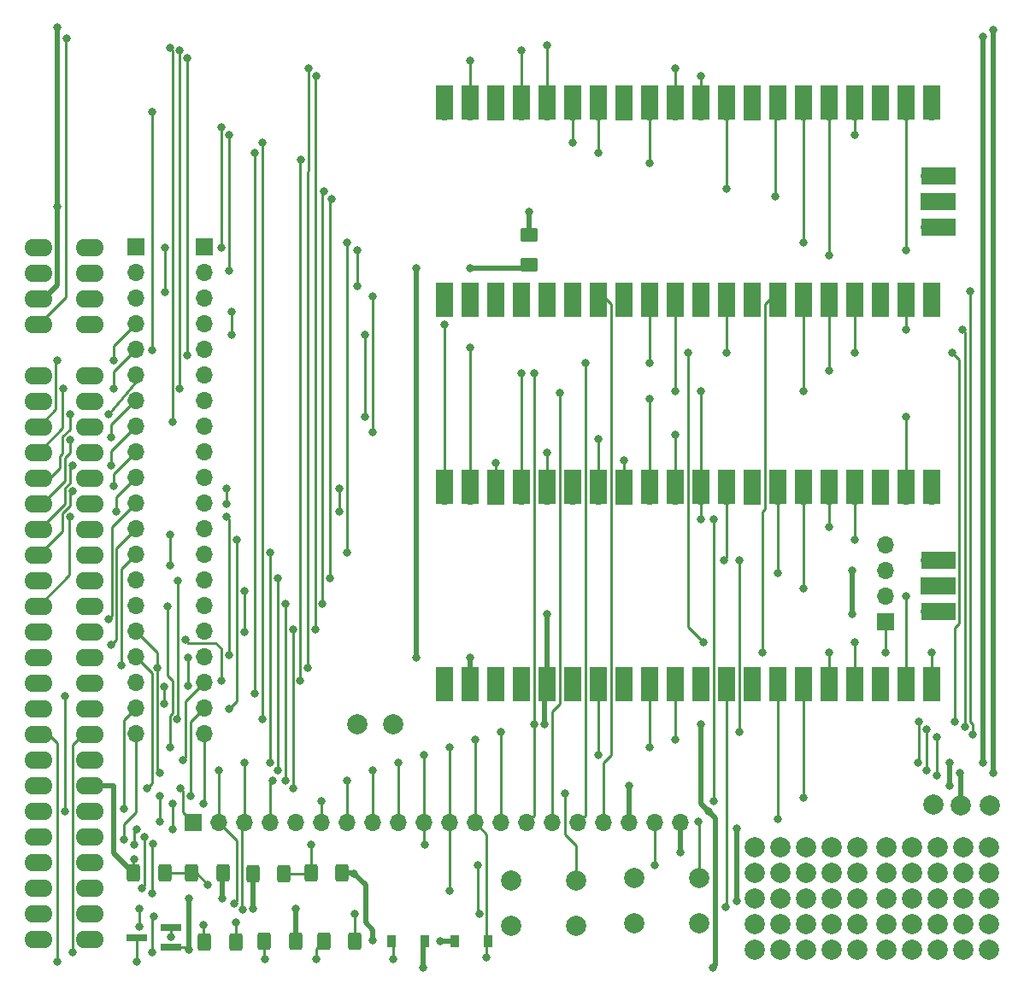
<source format=gbl>
%TF.GenerationSoftware,KiCad,Pcbnew,6.0.11-2627ca5db0~126~ubuntu22.04.1*%
%TF.CreationDate,2023-11-30T20:29:00+00:00*%
%TF.ProjectId,zx-spectrum-diagnostics,7a782d73-7065-4637-9472-756d2d646961,1.1*%
%TF.SameCoordinates,Original*%
%TF.FileFunction,Copper,L2,Bot*%
%TF.FilePolarity,Positive*%
%FSLAX46Y46*%
G04 Gerber Fmt 4.6, Leading zero omitted, Abs format (unit mm)*
G04 Created by KiCad (PCBNEW 6.0.11-2627ca5db0~126~ubuntu22.04.1) date 2023-11-30 20:29:00*
%MOMM*%
%LPD*%
G01*
G04 APERTURE LIST*
G04 Aperture macros list*
%AMRoundRect*
0 Rectangle with rounded corners*
0 $1 Rounding radius*
0 $2 $3 $4 $5 $6 $7 $8 $9 X,Y pos of 4 corners*
0 Add a 4 corners polygon primitive as box body*
4,1,4,$2,$3,$4,$5,$6,$7,$8,$9,$2,$3,0*
0 Add four circle primitives for the rounded corners*
1,1,$1+$1,$2,$3*
1,1,$1+$1,$4,$5*
1,1,$1+$1,$6,$7*
1,1,$1+$1,$8,$9*
0 Add four rect primitives between the rounded corners*
20,1,$1+$1,$2,$3,$4,$5,0*
20,1,$1+$1,$4,$5,$6,$7,0*
20,1,$1+$1,$6,$7,$8,$9,0*
20,1,$1+$1,$8,$9,$2,$3,0*%
G04 Aperture macros list end*
%TA.AperFunction,ComponentPad*%
%ADD10C,2.000000*%
%TD*%
%TA.AperFunction,ComponentPad*%
%ADD11R,1.700000X1.700000*%
%TD*%
%TA.AperFunction,ComponentPad*%
%ADD12O,1.700000X1.700000*%
%TD*%
%TA.AperFunction,ComponentPad*%
%ADD13O,2.800000X1.727200*%
%TD*%
%TA.AperFunction,SMDPad,CuDef*%
%ADD14RoundRect,0.250000X-0.400000X-0.625000X0.400000X-0.625000X0.400000X0.625000X-0.400000X0.625000X0*%
%TD*%
%TA.AperFunction,SMDPad,CuDef*%
%ADD15RoundRect,0.250000X0.400000X0.625000X-0.400000X0.625000X-0.400000X-0.625000X0.400000X-0.625000X0*%
%TD*%
%TA.AperFunction,SMDPad,CuDef*%
%ADD16R,2.000000X0.650000*%
%TD*%
%TA.AperFunction,SMDPad,CuDef*%
%ADD17R,0.900000X1.200000*%
%TD*%
%TA.AperFunction,SMDPad,CuDef*%
%ADD18RoundRect,0.250001X0.624999X-0.462499X0.624999X0.462499X-0.624999X0.462499X-0.624999X-0.462499X0*%
%TD*%
%TA.AperFunction,SMDPad,CuDef*%
%ADD19R,1.700000X3.500000*%
%TD*%
%TA.AperFunction,SMDPad,CuDef*%
%ADD20R,3.500000X1.700000*%
%TD*%
%TA.AperFunction,ViaPad*%
%ADD21C,0.800000*%
%TD*%
%TA.AperFunction,Conductor*%
%ADD22C,0.250000*%
%TD*%
%TA.AperFunction,Conductor*%
%ADD23C,0.500000*%
%TD*%
G04 APERTURE END LIST*
D10*
%TO.P,,1*%
%TO.N,P1_BLIPPER*%
X109220000Y-128778000D03*
%TD*%
%TO.P,,1*%
%TO.N,P2_BLIPPER*%
X112776000Y-128778000D03*
%TD*%
%TO.P,REF\u002A\u002A17,1*%
%TO.N,N/C*%
X166690000Y-148640000D03*
%TD*%
%TO.P,REF\u002A\u002A20,1*%
%TO.N,N/C*%
X148610000Y-151180000D03*
%TD*%
%TO.P,REF\u002A\u002A19,1*%
%TO.N,N/C*%
X158770000Y-148640000D03*
%TD*%
%TO.P,REF\u002A\u002A,1*%
%TO.N,N/C*%
X148610000Y-141020000D03*
%TD*%
%TO.P,REF\u002A\u002A10,1*%
%TO.N,N/C*%
X148610000Y-146100000D03*
%TD*%
%TO.P,REF\u002A\u002A21,1*%
%TO.N,N/C*%
X151150000Y-151180000D03*
%TD*%
%TO.P,REF\u002A\u002A17,1*%
%TO.N,N/C*%
X153690000Y-148640000D03*
%TD*%
%TO.P,REF\u002A\u002A1,1*%
%TO.N,N/C*%
X151150000Y-141020000D03*
%TD*%
%TO.P,REF\u002A\u002A3,1*%
%TO.N,N/C*%
X169230000Y-141020000D03*
%TD*%
%TO.P,REF\u002A\u002A8,1*%
%TO.N,N/C*%
X169230000Y-143560000D03*
%TD*%
%TO.P,REF\u002A\u002A21,1*%
%TO.N,N/C*%
X164150000Y-151180000D03*
%TD*%
%TO.P,REF\u002A\u002A11,1*%
%TO.N,N/C*%
X164150000Y-146100000D03*
%TD*%
%TO.P,REF\u002A\u002A9,1*%
%TO.N,N/C*%
X158770000Y-143560000D03*
%TD*%
%TO.P,REF\u002A\u002A6,1*%
%TO.N,N/C*%
X164150000Y-143560000D03*
%TD*%
%TO.P,REF\u002A\u002A18,1*%
%TO.N,N/C*%
X156230000Y-148640000D03*
%TD*%
%TO.P,REF\u002A\u002A24,1*%
%TO.N,N/C*%
X158770000Y-151180000D03*
%TD*%
%TO.P,REF\u002A\u002A12,1*%
%TO.N,N/C*%
X166690000Y-146100000D03*
%TD*%
%TO.P,REF\u002A\u002A,1*%
%TO.N,N/C*%
X161610000Y-141020000D03*
%TD*%
%TO.P,,1*%
%TO.N,3V3_PICO1*%
X166270000Y-136750000D03*
%TD*%
%TO.P,REF\u002A\u002A13,1*%
%TO.N,N/C*%
X156230000Y-146100000D03*
%TD*%
%TO.P,REF\u002A\u002A24,1*%
%TO.N,N/C*%
X171770000Y-151180000D03*
%TD*%
%TO.P,REF\u002A\u002A3,1*%
%TO.N,N/C*%
X156230000Y-141020000D03*
%TD*%
%TO.P,REF\u002A\u002A22,1*%
%TO.N,N/C*%
X166690000Y-151180000D03*
%TD*%
%TO.P,REF\u002A\u002A13,1*%
%TO.N,N/C*%
X169230000Y-146100000D03*
%TD*%
%TO.P,,1*%
%TO.N,GND*%
X171850000Y-136810000D03*
%TD*%
%TO.P,REF\u002A\u002A2,1*%
%TO.N,N/C*%
X166690000Y-141020000D03*
%TD*%
D11*
%TO.P,J101,1,Pin_1*%
%TO.N,OLED_SDA*%
X161544000Y-118608000D03*
D12*
%TO.P,J101,2,Pin_2*%
%TO.N,OLED_SCK*%
X161544000Y-116068000D03*
%TO.P,J101,3,Pin_3*%
%TO.N,3V3_PICO1*%
X161544000Y-113528000D03*
%TO.P,J101,4,Pin_4*%
%TO.N,GND*%
X161544000Y-110988000D03*
%TD*%
D10*
%TO.P,SW101,1,A*%
%TO.N,GND*%
X143138000Y-148524000D03*
X136638000Y-148524000D03*
%TO.P,SW101,2,B*%
%TO.N,INPUT1*%
X136638000Y-144024000D03*
X143138000Y-144024000D03*
%TD*%
D13*
%TO.P,Z101,A1,A15*%
%TO.N,ZXA15*%
X82738000Y-81504000D03*
%TO.P,Z101,A2,A13*%
%TO.N,ZXA13*%
X82738000Y-84044000D03*
%TO.P,Z101,A3,D7*%
%TO.N,ZXD7*%
X82738000Y-86584000D03*
%TO.P,Z101,A4,NC*%
%TO.N,unconnected-(Z101-PadA4)*%
X82738000Y-89124000D03*
%TO.P,Z101,A6,D0*%
%TO.N,ZXD0*%
X82738000Y-94204000D03*
%TO.P,Z101,A7,D1*%
%TO.N,ZXD1*%
X82738000Y-96744000D03*
%TO.P,Z101,A8,D2*%
%TO.N,ZXD2*%
X82738000Y-99284000D03*
%TO.P,Z101,A9,D6*%
%TO.N,ZXD6*%
X82738000Y-101824000D03*
%TO.P,Z101,A10,D5*%
%TO.N,ZXD5*%
X82738000Y-104364000D03*
%TO.P,Z101,A11,D3*%
%TO.N,ZXD3*%
X82738000Y-106904000D03*
%TO.P,Z101,A12,D4*%
%TO.N,ZXD4*%
X82738000Y-109444000D03*
%TO.P,Z101,A13,~{INT}*%
%TO.N,ZXINT*%
X82738000Y-111984000D03*
%TO.P,Z101,A14,~{NMI}*%
%TO.N,ZXNMI*%
X82738000Y-114524000D03*
%TO.P,Z101,A15,~{HALT}*%
%TO.N,ZXHALT*%
X82738000Y-117064000D03*
%TO.P,Z101,A16,~{MREQ}*%
%TO.N,ZXMREQ*%
X82738000Y-119604000D03*
%TO.P,Z101,A17,~{IORQ}*%
%TO.N,ZXIORQ*%
X82738000Y-122144000D03*
%TO.P,Z101,A18,~{RD}*%
%TO.N,ZXRD*%
X82738000Y-124684000D03*
%TO.P,Z101,A19,~{WR}*%
%TO.N,ZXWR*%
X82738000Y-127224000D03*
%TO.P,Z101,A20,-5V*%
%TO.N,ZXMIN5V*%
X82738000Y-129764000D03*
%TO.P,Z101,A21,~{WAIT}*%
%TO.N,ZXWAIT*%
X82738000Y-132304000D03*
%TO.P,Z101,A22,+12V*%
%TO.N,ZX12V*%
X82738000Y-134844000D03*
%TO.P,Z101,A23,+12VAC*%
%TO.N,ZX12VAC*%
X82738000Y-137384000D03*
%TO.P,Z101,A24,~{M1}*%
%TO.N,ZXM1*%
X82738000Y-139924000D03*
%TO.P,Z101,A25,~{RFSH}*%
%TO.N,ZXRFSH*%
X82738000Y-142464000D03*
%TO.P,Z101,A26,A8*%
%TO.N,ZXA8*%
X82738000Y-145004000D03*
%TO.P,Z101,A27,A10*%
%TO.N,ZXA10*%
X82738000Y-147544000D03*
%TO.P,Z101,A28,NC*%
%TO.N,unconnected-(Z101-PadA28)*%
X82738000Y-150084000D03*
%TO.P,Z101,B1,A14*%
%TO.N,ZXA14*%
X77658000Y-81504000D03*
%TO.P,Z101,B2,A12*%
%TO.N,ZXA12*%
X77658000Y-84044000D03*
%TO.P,Z101,B3,+5v*%
%TO.N,+5V*%
X77658000Y-86584000D03*
%TO.P,Z101,B4,+9V*%
%TO.N,ZX9V*%
X77658000Y-89124000D03*
%TO.P,Z101,B6,GND*%
%TO.N,GND*%
X77658000Y-94204000D03*
%TO.P,Z101,B7,GND*%
X77658000Y-96744000D03*
%TO.P,Z101,B8,CLK*%
%TO.N,ZXCLK*%
X77658000Y-99284000D03*
%TO.P,Z101,B9,A0*%
%TO.N,ZXA0*%
X77658000Y-101824000D03*
%TO.P,Z101,B10,A1*%
%TO.N,ZXA1*%
X77658000Y-104364000D03*
%TO.P,Z101,B11,A2*%
%TO.N,ZXA2*%
X77658000Y-106904000D03*
%TO.P,Z101,B12,A3*%
%TO.N,ZXA3*%
X77658000Y-109444000D03*
%TO.P,Z101,B13,~{IORQGE}*%
%TO.N,ZXIORQGE*%
X77658000Y-111984000D03*
%TO.P,Z101,B14,GND*%
%TO.N,GND*%
X77658000Y-114524000D03*
%TO.P,Z101,B15,VIDEO*%
%TO.N,ZXVIDEO*%
X77658000Y-117064000D03*
%TO.P,Z101,B16,Y*%
%TO.N,ZXY*%
X77658000Y-119604000D03*
%TO.P,Z101,B17,V*%
%TO.N,ZXV*%
X77658000Y-122144000D03*
%TO.P,Z101,B18,U*%
%TO.N,ZXU*%
X77658000Y-124684000D03*
%TO.P,Z101,B19,~{BUSRQ}*%
%TO.N,ZXBUSRQ*%
X77658000Y-127224000D03*
%TO.P,Z101,B20,~{RESET}*%
%TO.N,ZXRESET*%
X77658000Y-129764000D03*
%TO.P,Z101,B21,A7*%
%TO.N,ZXA7*%
X77658000Y-132304000D03*
%TO.P,Z101,B22,A6*%
%TO.N,ZXA6*%
X77658000Y-134844000D03*
%TO.P,Z101,B23,A5*%
%TO.N,ZXA5*%
X77658000Y-137384000D03*
%TO.P,Z101,B24,A4*%
%TO.N,ZXA4*%
X77658000Y-139924000D03*
%TO.P,Z101,B25,~{ROMCS}*%
%TO.N,ZXROMCS*%
X77658000Y-142464000D03*
%TO.P,Z101,B26,~{BUSACK}*%
%TO.N,ZXBUSACK*%
X77658000Y-145004000D03*
%TO.P,Z101,B27,A9*%
%TO.N,ZXA9*%
X77658000Y-147544000D03*
%TO.P,Z101,B28,A11*%
%TO.N,ZXA11*%
X77658000Y-150084000D03*
%TD*%
D10*
%TO.P,REF\u002A\u002A15,1*%
%TO.N,N/C*%
X161610000Y-148640000D03*
%TD*%
%TO.P,REF\u002A\u002A5,1*%
%TO.N,N/C*%
X148610000Y-143560000D03*
%TD*%
%TO.P,,1*%
%TO.N,+5V*%
X169050000Y-136800000D03*
%TD*%
%TO.P,REF\u002A\u002A2,1*%
%TO.N,N/C*%
X153690000Y-141020000D03*
%TD*%
%TO.P,REF\u002A\u002A6,1*%
%TO.N,N/C*%
X151150000Y-143560000D03*
%TD*%
%TO.P,REF\u002A\u002A11,1*%
%TO.N,N/C*%
X151150000Y-146100000D03*
%TD*%
%TO.P,REF\u002A\u002A14,1*%
%TO.N,N/C*%
X171770000Y-146100000D03*
%TD*%
%TO.P,SW102,1,A*%
%TO.N,GND*%
X130946000Y-148778000D03*
X124446000Y-148778000D03*
%TO.P,SW102,2,B*%
%TO.N,INPUT2*%
X130946000Y-144278000D03*
X124446000Y-144278000D03*
%TD*%
%TO.P,REF\u002A\u002A1,1*%
%TO.N,N/C*%
X164150000Y-141020000D03*
%TD*%
%TO.P,REF\u002A\u002A16,1*%
%TO.N,N/C*%
X164150000Y-148640000D03*
%TD*%
%TO.P,REF\u002A\u002A10,1*%
%TO.N,N/C*%
X161610000Y-146100000D03*
%TD*%
%TO.P,REF\u002A\u002A4,1*%
%TO.N,N/C*%
X158770000Y-141020000D03*
%TD*%
%TO.P,REF\u002A\u002A20,1*%
%TO.N,N/C*%
X161610000Y-151180000D03*
%TD*%
%TO.P,REF\u002A\u002A16,1*%
%TO.N,N/C*%
X151150000Y-148640000D03*
%TD*%
%TO.P,REF\u002A\u002A15,1*%
%TO.N,N/C*%
X148610000Y-148640000D03*
%TD*%
%TO.P,REF\u002A\u002A14,1*%
%TO.N,N/C*%
X158770000Y-146100000D03*
%TD*%
%TO.P,REF\u002A\u002A7,1*%
%TO.N,N/C*%
X166690000Y-143560000D03*
%TD*%
%TO.P,REF\u002A\u002A9,1*%
%TO.N,N/C*%
X171770000Y-143560000D03*
%TD*%
%TO.P,REF\u002A\u002A12,1*%
%TO.N,N/C*%
X153690000Y-146100000D03*
%TD*%
%TO.P,REF\u002A\u002A19,1*%
%TO.N,N/C*%
X171770000Y-148640000D03*
%TD*%
%TO.P,REF\u002A\u002A7,1*%
%TO.N,N/C*%
X153690000Y-143560000D03*
%TD*%
%TO.P,REF\u002A\u002A23,1*%
%TO.N,N/C*%
X169230000Y-151180000D03*
%TD*%
%TO.P,REF\u002A\u002A23,1*%
%TO.N,N/C*%
X156230000Y-151180000D03*
%TD*%
%TO.P,REF\u002A\u002A22,1*%
%TO.N,N/C*%
X153690000Y-151180000D03*
%TD*%
%TO.P,REF\u002A\u002A4,1*%
%TO.N,N/C*%
X171770000Y-141020000D03*
%TD*%
%TO.P,REF\u002A\u002A5,1*%
%TO.N,N/C*%
X161610000Y-143560000D03*
%TD*%
%TO.P,REF\u002A\u002A8,1*%
%TO.N,N/C*%
X156230000Y-143560000D03*
%TD*%
%TO.P,REF\u002A\u002A18,1*%
%TO.N,N/C*%
X169230000Y-148640000D03*
%TD*%
D11*
%TO.P,J203,1,Pin_1*%
%TO.N,ZXA14*%
X87285000Y-81470000D03*
D12*
%TO.P,J203,2,Pin_2*%
%TO.N,ZXA12*%
X87285000Y-84010000D03*
%TO.P,J203,3,Pin_3*%
%TO.N,+5V*%
X87285000Y-86550000D03*
%TO.P,J203,4,Pin_4*%
%TO.N,ZXCLK*%
X87285000Y-89090000D03*
%TO.P,J203,5,Pin_5*%
%TO.N,ZXA0*%
X87285000Y-91630000D03*
%TO.P,J203,6,Pin_6*%
%TO.N,ZXA1*%
X87285000Y-94170000D03*
%TO.P,J203,7,Pin_7*%
%TO.N,ZXA2*%
X87285000Y-96710000D03*
%TO.P,J203,8,Pin_8*%
%TO.N,ZXA3*%
X87285000Y-99250000D03*
%TO.P,J203,9,Pin_9*%
%TO.N,ZXIORQGE*%
X87285000Y-101790000D03*
%TO.P,J203,10,Pin_10*%
%TO.N,ZXVIDEO*%
X87285000Y-104330000D03*
%TO.P,J203,11,Pin_11*%
%TO.N,ZXY*%
X87285000Y-106870000D03*
%TO.P,J203,12,Pin_12*%
%TO.N,ZXV*%
X87285000Y-109410000D03*
%TO.P,J203,13,Pin_13*%
%TO.N,ZXU*%
X87285000Y-111950000D03*
%TO.P,J203,14,Pin_14*%
%TO.N,ZXBUSRQ*%
X87285000Y-114490000D03*
%TO.P,J203,15,Pin_15*%
%TO.N,ZXRESET*%
X87285000Y-117030000D03*
%TO.P,J203,16,Pin_16*%
%TO.N,ZXA7*%
X87285000Y-119570000D03*
%TO.P,J203,17,Pin_17*%
%TO.N,ZXA6*%
X87285000Y-122110000D03*
%TO.P,J203,18,Pin_18*%
%TO.N,ZXA5*%
X87285000Y-124650000D03*
%TO.P,J203,19,Pin_19*%
%TO.N,ZXA4*%
X87285000Y-127190000D03*
%TO.P,J203,20,Pin_20*%
%TO.N,ZXROMCS*%
X87285000Y-129730000D03*
%TD*%
D14*
%TO.P,R106,1*%
%TO.N,12V_DIV*%
X92820000Y-143560000D03*
%TO.P,R106,2*%
%TO.N,GND*%
X95920000Y-143560000D03*
%TD*%
D15*
%TO.P,R101,1*%
%TO.N,+5V*%
X103140000Y-150330000D03*
%TO.P,R101,2*%
%TO.N,MIN5V_DIV*%
X100040000Y-150330000D03*
%TD*%
D11*
%TO.P,J202,1,Pin_1*%
%TO.N,ZXA8*%
X92990000Y-138565000D03*
D12*
%TO.P,J202,2,Pin_2*%
%TO.N,ZXA10*%
X95530000Y-138565000D03*
%TO.P,J202,3,Pin_3*%
%TO.N,ZXA11*%
X98070000Y-138565000D03*
%TO.P,J202,4,Pin_4*%
%TO.N,ZXA9*%
X100610000Y-138565000D03*
%TO.P,J202,5,Pin_5*%
%TO.N,ZXBUSACK*%
X103150000Y-138565000D03*
%TO.P,J202,6,Pin_6*%
%TO.N,PICO_SIGNAL*%
X105690000Y-138565000D03*
%TO.P,J202,7,Pin_7*%
%TO.N,P2_GPIO16*%
X108230000Y-138565000D03*
%TO.P,J202,8,Pin_8*%
%TO.N,P2_GPIO17*%
X110770000Y-138565000D03*
%TO.P,J202,9,Pin_9*%
%TO.N,P2_GPIO18*%
X113310000Y-138565000D03*
%TO.P,J202,10,Pin_10*%
%TO.N,5V_DIV*%
X115850000Y-138565000D03*
%TO.P,J202,11,Pin_11*%
%TO.N,12V_DIV*%
X118390000Y-138565000D03*
%TO.P,J202,12,Pin_12*%
%TO.N,MIN5V_DIV*%
X120930000Y-138565000D03*
%TO.P,J202,13,Pin_13*%
%TO.N,P1_BLIPPER*%
X123470000Y-138565000D03*
%TO.P,J202,14,Pin_14*%
%TO.N,P2_BLIPPER*%
X126010000Y-138565000D03*
%TO.P,J202,15,Pin_15*%
%TO.N,P2_GPIO26*%
X128550000Y-138565000D03*
%TO.P,J202,16,Pin_16*%
%TO.N,P2_GPIO27*%
X131090000Y-138565000D03*
%TO.P,J202,17,Pin_17*%
%TO.N,P2_GPIO28*%
X133630000Y-138565000D03*
%TO.P,J202,18,Pin_18*%
%TO.N,ZX9V*%
X136170000Y-138565000D03*
%TO.P,J202,19,Pin_19*%
%TO.N,ZXMIN5V*%
X138710000Y-138565000D03*
%TO.P,J202,20,Pin_20*%
%TO.N,ZX12V*%
X141250000Y-138565000D03*
%TD*%
D16*
%TO.P,Q101,1,B*%
%TO.N,Net-(Q101-Pad1)*%
X90790000Y-148980000D03*
%TO.P,Q101,2,E*%
%TO.N,GND*%
X90790000Y-150880000D03*
%TO.P,Q101,3,C*%
%TO.N,ZXRESET*%
X87370000Y-149930000D03*
%TD*%
D17*
%TO.P,D102,1,K*%
%TO.N,3V3_PICO1*%
X115910000Y-150290000D03*
%TO.P,D102,2,A*%
%TO.N,MIN5V_DIV*%
X112610000Y-150290000D03*
%TD*%
D14*
%TO.P,R102,1*%
%TO.N,MIN5V_DIV*%
X105900000Y-150320000D03*
%TO.P,R102,2*%
%TO.N,ZXMIN5V*%
X109000000Y-150320000D03*
%TD*%
D15*
%TO.P,R103,1*%
%TO.N,5V_DIV*%
X101990000Y-143590000D03*
%TO.P,R103,2*%
%TO.N,+5V*%
X98890000Y-143590000D03*
%TD*%
%TO.P,R107,1*%
%TO.N,PICO_RESET_Z80*%
X97170000Y-150370000D03*
%TO.P,R107,2*%
%TO.N,Net-(Q101-Pad1)*%
X94070000Y-150370000D03*
%TD*%
D18*
%TO.P,D101,1,K*%
%TO.N,PICO_PWR*%
X126238000Y-83275500D03*
%TO.P,D101,2,A*%
%TO.N,+5V*%
X126238000Y-80300500D03*
%TD*%
D19*
%TO.P,U102,1,GPIO0*%
%TO.N,ZXA0*%
X117856000Y-67172000D03*
D12*
X117856000Y-68072000D03*
%TO.P,U102,2,GPIO1*%
%TO.N,ZXA1*%
X120396000Y-68072000D03*
D19*
X120396000Y-67172000D03*
D11*
%TO.P,U102,3,GND*%
%TO.N,GND*%
X122936000Y-68072000D03*
D19*
X122936000Y-67172000D03*
%TO.P,U102,4,GPIO2*%
%TO.N,ZXA2*%
X125476000Y-67172000D03*
D12*
X125476000Y-68072000D03*
D19*
%TO.P,U102,5,GPIO3*%
%TO.N,ZXA3*%
X128016000Y-67172000D03*
D12*
X128016000Y-68072000D03*
D19*
%TO.P,U102,6,GPIO4*%
%TO.N,ZXA4*%
X130556000Y-67172000D03*
D12*
X130556000Y-68072000D03*
%TO.P,U102,7,GPIO5*%
%TO.N,ZXA5*%
X133096000Y-68072000D03*
D19*
X133096000Y-67172000D03*
%TO.P,U102,8,GND*%
%TO.N,GND*%
X135636000Y-67172000D03*
D11*
X135636000Y-68072000D03*
D12*
%TO.P,U102,9,GPIO6*%
%TO.N,ZXA6*%
X138176000Y-68072000D03*
D19*
X138176000Y-67172000D03*
D12*
%TO.P,U102,10,GPIO7*%
%TO.N,ZXA7*%
X140716000Y-68072000D03*
D19*
X140716000Y-67172000D03*
D12*
%TO.P,U102,11,GPIO8*%
%TO.N,ZXA8*%
X143256000Y-68072000D03*
D19*
X143256000Y-67172000D03*
%TO.P,U102,12,GPIO9*%
%TO.N,ZXA9*%
X145796000Y-67172000D03*
D12*
X145796000Y-68072000D03*
D11*
%TO.P,U102,13,GND*%
%TO.N,GND*%
X148336000Y-68072000D03*
D19*
X148336000Y-67172000D03*
%TO.P,U102,14,GPIO10*%
%TO.N,ZXA10*%
X150876000Y-67172000D03*
D12*
X150876000Y-68072000D03*
D19*
%TO.P,U102,15,GPIO11*%
%TO.N,ZXA11*%
X153416000Y-67172000D03*
D12*
X153416000Y-68072000D03*
D19*
%TO.P,U102,16,GPIO12*%
%TO.N,ZXA12*%
X155956000Y-67172000D03*
D12*
X155956000Y-68072000D03*
%TO.P,U102,17,GPIO13*%
%TO.N,ZXA13*%
X158496000Y-68072000D03*
D19*
X158496000Y-67172000D03*
D11*
%TO.P,U102,18,GND*%
%TO.N,GND*%
X161036000Y-68072000D03*
D19*
X161036000Y-67172000D03*
D12*
%TO.P,U102,19,GPIO14*%
%TO.N,ZXA14*%
X163576000Y-68072000D03*
D19*
X163576000Y-67172000D03*
%TO.P,U102,20,GPIO15*%
%TO.N,ZXA15*%
X166116000Y-67172000D03*
D12*
X166116000Y-68072000D03*
%TO.P,U102,21,GPIO16*%
%TO.N,P2_GPIO16*%
X166116000Y-85852000D03*
D19*
X166116000Y-86752000D03*
D12*
%TO.P,U102,22,GPIO17*%
%TO.N,P2_GPIO17*%
X163576000Y-85852000D03*
D19*
X163576000Y-86752000D03*
%TO.P,U102,23,GND*%
%TO.N,GND*%
X161036000Y-86752000D03*
D11*
X161036000Y-85852000D03*
D19*
%TO.P,U102,24,GPIO18*%
%TO.N,P2_GPIO18*%
X158496000Y-86752000D03*
D12*
X158496000Y-85852000D03*
D19*
%TO.P,U102,25,GPIO19*%
%TO.N,P2_BLIPPER*%
X155956000Y-86752000D03*
D12*
X155956000Y-85852000D03*
D19*
%TO.P,U102,26,GPIO20*%
%TO.N,PICO_SIGNAL*%
X153416000Y-86752000D03*
D12*
X153416000Y-85852000D03*
D19*
%TO.P,U102,27,GPIO21*%
%TO.N,P2_LINKIN*%
X150876000Y-86752000D03*
D12*
X150876000Y-85852000D03*
D11*
%TO.P,U102,28,GND*%
%TO.N,GND*%
X148336000Y-85852000D03*
D19*
X148336000Y-86752000D03*
D12*
%TO.P,U102,29,GPIO22*%
%TO.N,P2_LINKOUT*%
X145796000Y-85852000D03*
D19*
X145796000Y-86752000D03*
D12*
%TO.P,U102,30,RUN*%
%TO.N,unconnected-(U102-Pad30)*%
X143256000Y-85852000D03*
D19*
X143256000Y-86752000D03*
%TO.P,U102,31,GPIO26_ADC0*%
%TO.N,P2_GPIO26*%
X140716000Y-86752000D03*
D12*
X140716000Y-85852000D03*
%TO.P,U102,32,GPIO27_ADC1*%
%TO.N,P2_GPIO27*%
X138176000Y-85852000D03*
D19*
X138176000Y-86752000D03*
%TO.P,U102,33,AGND*%
%TO.N,GND*%
X135636000Y-86752000D03*
D11*
X135636000Y-85852000D03*
D12*
%TO.P,U102,34,GPIO28_ADC2*%
%TO.N,P2_GPIO28*%
X133096000Y-85852000D03*
D19*
X133096000Y-86752000D03*
D12*
%TO.P,U102,35,ADC_VREF*%
%TO.N,unconnected-(U102-Pad35)*%
X130556000Y-85852000D03*
D19*
X130556000Y-86752000D03*
%TO.P,U102,36,3V3*%
%TO.N,3V3_PICO2*%
X128016000Y-86752000D03*
D12*
X128016000Y-85852000D03*
%TO.P,U102,37,3V3_EN*%
%TO.N,unconnected-(U102-Pad37)*%
X125476000Y-85852000D03*
D19*
X125476000Y-86752000D03*
%TO.P,U102,38,GND*%
%TO.N,GND*%
X122936000Y-86752000D03*
D11*
X122936000Y-85852000D03*
D19*
%TO.P,U102,39,VSYS*%
%TO.N,PICO_PWR*%
X120396000Y-86752000D03*
D12*
X120396000Y-85852000D03*
%TO.P,U102,40,VBUS*%
%TO.N,unconnected-(U102-Pad40)*%
X117856000Y-85852000D03*
D19*
X117856000Y-86752000D03*
D12*
%TO.P,U102,41,SWCLK*%
%TO.N,P2_SWCLK*%
X165886000Y-74422000D03*
D20*
X166786000Y-74422000D03*
D11*
%TO.P,U102,42,GND*%
%TO.N,GND*%
X165886000Y-76962000D03*
D20*
X166786000Y-76962000D03*
%TO.P,U102,43,SWDIO*%
%TO.N,P2_SWDIO*%
X166786000Y-79502000D03*
D12*
X165886000Y-79502000D03*
%TD*%
D17*
%TO.P,D103,1,K*%
%TO.N,MIN5V_DIV*%
X122220000Y-150270000D03*
%TO.P,D103,2,A*%
%TO.N,GND*%
X118920000Y-150270000D03*
%TD*%
D19*
%TO.P,U101,1,GPIO0*%
%TO.N,ZXD0*%
X117856000Y-105272000D03*
D12*
X117856000Y-106172000D03*
D19*
%TO.P,U101,2,GPIO1*%
%TO.N,ZXD1*%
X120396000Y-105272000D03*
D12*
X120396000Y-106172000D03*
D19*
%TO.P,U101,3,GND*%
%TO.N,GND*%
X122936000Y-105272000D03*
D11*
X122936000Y-106172000D03*
D12*
%TO.P,U101,4,GPIO2*%
%TO.N,ZXD2*%
X125476000Y-106172000D03*
D19*
X125476000Y-105272000D03*
%TO.P,U101,5,GPIO3*%
%TO.N,ZXD3*%
X128016000Y-105272000D03*
D12*
X128016000Y-106172000D03*
%TO.P,U101,6,GPIO4*%
%TO.N,ZXD4*%
X130556000Y-106172000D03*
D19*
X130556000Y-105272000D03*
D12*
%TO.P,U101,7,GPIO5*%
%TO.N,ZXD5*%
X133096000Y-106172000D03*
D19*
X133096000Y-105272000D03*
%TO.P,U101,8,GND*%
%TO.N,GND*%
X135636000Y-105272000D03*
D11*
X135636000Y-106172000D03*
D19*
%TO.P,U101,9,GPIO6*%
%TO.N,ZXD6*%
X138176000Y-105272000D03*
D12*
X138176000Y-106172000D03*
%TO.P,U101,10,GPIO7*%
%TO.N,ZXD7*%
X140716000Y-106172000D03*
D19*
X140716000Y-105272000D03*
%TO.P,U101,11,GPIO8*%
%TO.N,PICO_SIGNAL*%
X143256000Y-105272000D03*
D12*
X143256000Y-106172000D03*
%TO.P,U101,12,GPIO9*%
%TO.N,P1_BLIPPER*%
X145796000Y-106172000D03*
D19*
X145796000Y-105272000D03*
%TO.P,U101,13,GND*%
%TO.N,GND*%
X148336000Y-105272000D03*
D11*
X148336000Y-106172000D03*
D19*
%TO.P,U101,14,GPIO10*%
%TO.N,ZXMREQ*%
X150876000Y-105272000D03*
D12*
X150876000Y-106172000D03*
D19*
%TO.P,U101,15,GPIO11*%
%TO.N,ZXRD*%
X153416000Y-105272000D03*
D12*
X153416000Y-106172000D03*
D19*
%TO.P,U101,16,GPIO12*%
%TO.N,ZXWR*%
X155956000Y-105272000D03*
D12*
X155956000Y-106172000D03*
D19*
%TO.P,U101,17,GPIO13*%
%TO.N,ZXM1*%
X158496000Y-105272000D03*
D12*
X158496000Y-106172000D03*
D19*
%TO.P,U101,18,GND*%
%TO.N,GND*%
X161036000Y-105272000D03*
D11*
X161036000Y-106172000D03*
D12*
%TO.P,U101,19,GPIO14*%
%TO.N,ZXCLK*%
X163576000Y-106172000D03*
D19*
X163576000Y-105272000D03*
%TO.P,U101,20,GPIO15*%
%TO.N,ZXINT*%
X166116000Y-105272000D03*
D12*
X166116000Y-106172000D03*
%TO.P,U101,21,GPIO16*%
%TO.N,OLED_SDA*%
X166116000Y-123952000D03*
D19*
X166116000Y-124852000D03*
D12*
%TO.P,U101,22,GPIO17*%
%TO.N,OLED_SCK*%
X163576000Y-123952000D03*
D19*
X163576000Y-124852000D03*
%TO.P,U101,23,GND*%
%TO.N,GND*%
X161036000Y-124852000D03*
D11*
X161036000Y-123952000D03*
D12*
%TO.P,U101,24,GPIO18*%
%TO.N,P2_LINKOUT*%
X158496000Y-123952000D03*
D19*
X158496000Y-124852000D03*
D12*
%TO.P,U101,25,GPIO19*%
%TO.N,P2_LINKIN*%
X155956000Y-123952000D03*
D19*
X155956000Y-124852000D03*
D12*
%TO.P,U101,26,GPIO20*%
%TO.N,INPUT2*%
X153416000Y-123952000D03*
D19*
X153416000Y-124852000D03*
D12*
%TO.P,U101,27,GPIO21*%
%TO.N,INPUT1*%
X150876000Y-123952000D03*
D19*
X150876000Y-124852000D03*
D11*
%TO.P,U101,28,GND*%
%TO.N,GND*%
X148336000Y-123952000D03*
D19*
X148336000Y-124852000D03*
D12*
%TO.P,U101,29,GPIO22*%
%TO.N,PICO_RESET_Z80*%
X145796000Y-123952000D03*
D19*
X145796000Y-124852000D03*
%TO.P,U101,30,RUN*%
%TO.N,unconnected-(U101-Pad30)*%
X143256000Y-124852000D03*
D12*
X143256000Y-123952000D03*
D19*
%TO.P,U101,31,GPIO26_ADC0*%
%TO.N,MIN5V_DIV*%
X140716000Y-124852000D03*
D12*
X140716000Y-123952000D03*
%TO.P,U101,32,GPIO27_ADC1*%
%TO.N,12V_DIV*%
X138176000Y-123952000D03*
D19*
X138176000Y-124852000D03*
%TO.P,U101,33,AGND*%
%TO.N,GND*%
X135636000Y-124852000D03*
D11*
X135636000Y-123952000D03*
D19*
%TO.P,U101,34,GPIO28_ADC2*%
%TO.N,5V_DIV*%
X133096000Y-124852000D03*
D12*
X133096000Y-123952000D03*
D19*
%TO.P,U101,35,ADC_VREF*%
%TO.N,unconnected-(U101-Pad35)*%
X130556000Y-124852000D03*
D12*
X130556000Y-123952000D03*
D19*
%TO.P,U101,36,3V3*%
%TO.N,3V3_PICO1*%
X128016000Y-124852000D03*
D12*
X128016000Y-123952000D03*
D19*
%TO.P,U101,37,3V3_EN*%
%TO.N,unconnected-(U101-Pad37)*%
X125476000Y-124852000D03*
D12*
X125476000Y-123952000D03*
D11*
%TO.P,U101,38,GND*%
%TO.N,GND*%
X122936000Y-123952000D03*
D19*
X122936000Y-124852000D03*
D12*
%TO.P,U101,39,VSYS*%
%TO.N,PICO_PWR*%
X120396000Y-123952000D03*
D19*
X120396000Y-124852000D03*
D12*
%TO.P,U101,40,VBUS*%
%TO.N,unconnected-(U101-Pad40)*%
X117856000Y-123952000D03*
D19*
X117856000Y-124852000D03*
D12*
%TO.P,U101,41,SWCLK*%
%TO.N,P1_SWCLK*%
X165886000Y-112522000D03*
D20*
X166786000Y-112522000D03*
%TO.P,U101,42,GND*%
%TO.N,GND*%
X166786000Y-115062000D03*
D11*
X165886000Y-115062000D03*
D20*
%TO.P,U101,43,SWDIO*%
%TO.N,P1_SWDIO*%
X166786000Y-117602000D03*
D12*
X165886000Y-117602000D03*
%TD*%
D14*
%TO.P,R104,1*%
%TO.N,5V_DIV*%
X104650000Y-143530000D03*
%TO.P,R104,2*%
%TO.N,GND*%
X107750000Y-143530000D03*
%TD*%
D15*
%TO.P,R105,1*%
%TO.N,12V_DIV*%
X90180000Y-143550000D03*
%TO.P,R105,2*%
%TO.N,ZX12V*%
X87080000Y-143550000D03*
%TD*%
D11*
%TO.P,J201,1,Pin_1*%
%TO.N,ZXA15*%
X94090000Y-81430000D03*
D12*
%TO.P,J201,2,Pin_2*%
%TO.N,ZXA13*%
X94090000Y-83970000D03*
%TO.P,J201,3,Pin_3*%
%TO.N,ZXD7*%
X94090000Y-86510000D03*
%TO.P,J201,4,Pin_4*%
%TO.N,ZXD0*%
X94090000Y-89050000D03*
%TO.P,J201,5,Pin_5*%
%TO.N,ZXD1*%
X94090000Y-91590000D03*
%TO.P,J201,6,Pin_6*%
%TO.N,ZXD2*%
X94090000Y-94130000D03*
%TO.P,J201,7,Pin_7*%
%TO.N,ZXD6*%
X94090000Y-96670000D03*
%TO.P,J201,8,Pin_8*%
%TO.N,ZXD5*%
X94090000Y-99210000D03*
%TO.P,J201,9,Pin_9*%
%TO.N,ZXD3*%
X94090000Y-101750000D03*
%TO.P,J201,10,Pin_10*%
%TO.N,ZXD4*%
X94090000Y-104290000D03*
%TO.P,J201,11,Pin_11*%
%TO.N,ZXINT*%
X94090000Y-106830000D03*
%TO.P,J201,12,Pin_12*%
%TO.N,ZXNMI*%
X94090000Y-109370000D03*
%TO.P,J201,13,Pin_13*%
%TO.N,ZXHALT*%
X94090000Y-111910000D03*
%TO.P,J201,14,Pin_14*%
%TO.N,ZXMREQ*%
X94090000Y-114450000D03*
%TO.P,J201,15,Pin_15*%
%TO.N,ZXIORQ*%
X94090000Y-116990000D03*
%TO.P,J201,16,Pin_16*%
%TO.N,ZXRD*%
X94090000Y-119530000D03*
%TO.P,J201,17,Pin_17*%
%TO.N,ZXWR*%
X94090000Y-122070000D03*
%TO.P,J201,18,Pin_18*%
%TO.N,ZXWAIT*%
X94090000Y-124610000D03*
%TO.P,J201,19,Pin_19*%
%TO.N,ZXM1*%
X94090000Y-127150000D03*
%TO.P,J201,20,Pin_20*%
%TO.N,ZXRFSH*%
X94090000Y-129690000D03*
%TD*%
D21*
%TO.N,P2_BLIPPER*%
X126746000Y-128778000D03*
%TO.N,GND*%
X108903000Y-143573000D03*
%TO.N,ZX12V*%
X87122000Y-142202500D03*
%TO.N,ZXWR*%
X92464952Y-122182952D03*
X92456000Y-124968000D03*
%TO.N,ZXA4*%
X86106000Y-137160000D03*
%TO.N,GND*%
X122936000Y-102870000D03*
X135636000Y-102616000D03*
%TO.N,PICO_SIGNAL*%
X153416000Y-95758000D03*
X143256000Y-95758000D03*
%TO.N,P2_LINKOUT*%
X145796000Y-91948000D03*
X158496000Y-120650000D03*
X141986000Y-91948000D03*
X143510000Y-120650000D03*
%TO.N,P2_LINKIN*%
X155956000Y-121666000D03*
X149352000Y-121666000D03*
%TO.N,PICO_PWR*%
X120396000Y-122174000D03*
X115062000Y-83566000D03*
X115062000Y-122174000D03*
%TO.N,3V3_PICO1*%
X128016000Y-117856000D03*
X158242000Y-113538000D03*
X158242000Y-117856000D03*
%TO.N,OLED_SDA*%
X161544000Y-121666000D03*
X166116000Y-121666000D03*
%TO.N,OLED_SCK*%
X163576000Y-116078000D03*
%TO.N,INPUT1*%
X150876000Y-138176000D03*
X143002000Y-138430000D03*
%TO.N,INPUT2*%
X153416000Y-136056500D03*
X129794000Y-135636000D03*
%TO.N,3V3_PICO1*%
X127762000Y-128815500D03*
X143256000Y-128778000D03*
%TO.N,P2_GPIO27*%
X138176000Y-92964000D03*
X131826000Y-92964000D03*
%TO.N,P2_GPIO26*%
X140716000Y-95758000D03*
X129286000Y-95945500D03*
%TO.N,P2_BLIPPER*%
X155956000Y-93726000D03*
X126746000Y-93980000D03*
%TO.N,P1_BLIPPER*%
X145542000Y-112522000D03*
X147066000Y-112522000D03*
X147066000Y-129540000D03*
X123444000Y-129540000D03*
%TO.N,MIN5V_DIV*%
X140716000Y-130302000D03*
X120904000Y-130339500D03*
%TO.N,12V_DIV*%
X138176000Y-131064000D03*
X118364000Y-131064000D03*
%TO.N,5V_DIV*%
X133096000Y-131826000D03*
X115824000Y-131863500D03*
%TO.N,P2_GPIO18*%
X158496000Y-91948000D03*
X168148000Y-91948000D03*
X168402000Y-128561500D03*
X164776364Y-132625500D03*
X164846000Y-128524000D03*
X113284000Y-132588000D03*
%TO.N,P2_GPIO17*%
X169164000Y-89662000D03*
X165608000Y-129286000D03*
X169418000Y-129032000D03*
X110744000Y-133350000D03*
X165608000Y-133350000D03*
X163576000Y-89662000D03*
%TO.N,P2_GPIO16*%
X169926000Y-85852000D03*
X108204000Y-134366000D03*
X166624000Y-133858000D03*
X166624000Y-130048000D03*
X170180000Y-129794000D03*
%TO.N,PICO_SIGNAL*%
X143256000Y-108458000D03*
X144573397Y-136398000D03*
X105664000Y-136398000D03*
X144526000Y-108458000D03*
%TO.N,ZXD4*%
X130556000Y-104140000D03*
%TO.N,ZXD3*%
X128016000Y-101854000D03*
%TO.N,ZXD5*%
X133096000Y-100546500D03*
%TO.N,ZXD6*%
X138176000Y-96520000D03*
%TO.N,ZXD2*%
X125476000Y-93980000D03*
%TO.N,ZXD1*%
X120396000Y-91440000D03*
%TO.N,ZXD0*%
X117856000Y-89154000D03*
%TO.N,ZXD7*%
X140716000Y-100076000D03*
X110744000Y-86360000D03*
X110744000Y-99822000D03*
%TO.N,PICO_PWR*%
X120396000Y-83566000D03*
%TO.N,ZXA14*%
X109220000Y-81788000D03*
X90170000Y-85909500D03*
X163576000Y-81788000D03*
X109220000Y-85344000D03*
%TO.N,ZXA12*%
X155956000Y-82296000D03*
%TO.N,ZXA11*%
X108204000Y-81026000D03*
X153416000Y-81026000D03*
X108204000Y-111760000D03*
%TO.N,ZXA10*%
X106680000Y-76708000D03*
X150622000Y-76454000D03*
X106492500Y-114300000D03*
%TO.N,ZXA9*%
X145796000Y-75692000D03*
X105768000Y-116840000D03*
X105918000Y-75946000D03*
%TO.N,ZXA8*%
X143256000Y-64516000D03*
X105043500Y-119380000D03*
X105156000Y-64516000D03*
%TO.N,ZXA7*%
X140716000Y-63754000D03*
X104394000Y-63754000D03*
X104319000Y-123190000D03*
%TO.N,ZXA6*%
X103594500Y-124460000D03*
X138176000Y-73152000D03*
X103632000Y-72860500D03*
%TO.N,ZXA5*%
X133096000Y-72136000D03*
X99060000Y-125730000D03*
X99060000Y-72136000D03*
%TO.N,ZXA4*%
X130556000Y-71120000D03*
X99859500Y-128270000D03*
X99822000Y-71120000D03*
%TO.N,ZXA13*%
X158496000Y-70358000D03*
X96520000Y-83820000D03*
X96520000Y-70358000D03*
%TO.N,ZXA15*%
X95758000Y-69596000D03*
X95758000Y-81534000D03*
%TO.N,+5V*%
X126238000Y-77978000D03*
X79502000Y-77470000D03*
%TO.N,ZXA0*%
X88900000Y-68072000D03*
X88900000Y-91694000D03*
%TO.N,ZXA1*%
X120396000Y-62992000D03*
X92379701Y-92202000D03*
X92379701Y-62789969D03*
%TO.N,ZXA2*%
X125476000Y-61976000D03*
X91655201Y-95511299D03*
X91655201Y-61979000D03*
%TO.N,ZXA3*%
X128016000Y-61468000D03*
X90930701Y-98804701D03*
X90678000Y-61722000D03*
%TO.N,ZXA14*%
X90170000Y-81534000D03*
%TO.N,ZXNMI*%
X90678000Y-109986299D03*
X90678000Y-113030000D03*
%TO.N,ZXCLK*%
X96774000Y-87884000D03*
X109982000Y-90170000D03*
X96774000Y-90170000D03*
X163576000Y-98298000D03*
X109982000Y-98298000D03*
%TO.N,ZXINT*%
X96266000Y-105410000D03*
X107442000Y-107696000D03*
X96266000Y-106934000D03*
X107442000Y-105410000D03*
%TO.N,ZXA11*%
X98044000Y-132588000D03*
X100584000Y-111760000D03*
X100584000Y-132588000D03*
%TO.N,ZXA10*%
X95504000Y-133350000D03*
X101346000Y-114300000D03*
X101346000Y-133350000D03*
%TO.N,ZXA8*%
X102870000Y-135128000D03*
X91694000Y-135165500D03*
X102870000Y-119380000D03*
%TO.N,ZXA9*%
X102108000Y-116840000D03*
X102108000Y-134366000D03*
X100838000Y-134366000D03*
%TO.N,ZXMREQ*%
X150876000Y-113792000D03*
%TO.N,ZXRD*%
X153416000Y-115316000D03*
X98044000Y-115570000D03*
X98044000Y-119634000D03*
%TO.N,ZXM1*%
X158496000Y-110490000D03*
X97282000Y-110490000D03*
X96520000Y-127254000D03*
%TO.N,ZXWR*%
X155956000Y-109220000D03*
X96520000Y-121920000D03*
X96266000Y-108204000D03*
%TO.N,ZXA7*%
X89408000Y-123190000D03*
%TO.N,ZXA6*%
X95758000Y-124460000D03*
X92202000Y-120396000D03*
%TO.N,ZXWR*%
X90132500Y-125041470D03*
X90132500Y-126746000D03*
%TO.N,ZX12V*%
X141224000Y-141478000D03*
%TO.N,ZX9V*%
X171196000Y-132588000D03*
X80439403Y-60793903D03*
X167894000Y-134874000D03*
X171196000Y-60668500D03*
X136144000Y-134874000D03*
X167894000Y-132588000D03*
%TO.N,ZXCLK*%
X79502000Y-92710000D03*
X85090000Y-92710000D03*
%TO.N,ZXA0*%
X80107500Y-95504000D03*
X85090000Y-95504000D03*
%TO.N,ZXA1*%
X84582000Y-98044000D03*
X80772000Y-98044000D03*
%TO.N,ZXA2*%
X80772000Y-100584000D03*
X84836000Y-100330000D03*
%TO.N,ZXA3*%
X84836000Y-103124000D03*
X81026000Y-103124000D03*
%TO.N,ZXIORQGE*%
X85090000Y-105156000D03*
X81026000Y-105664000D03*
%TO.N,ZXVIDEO*%
X85344000Y-107696000D03*
X80772000Y-108204000D03*
%TO.N,ZXY*%
X84582000Y-118364000D03*
%TO.N,ZXV*%
X84836000Y-120904000D03*
%TO.N,ZXU*%
X85852000Y-122936000D03*
%TO.N,ZXBUSRQ*%
X91402500Y-128270000D03*
X91438701Y-114554000D03*
%TO.N,ZXRESET*%
X90424000Y-117094000D03*
X90678000Y-131064000D03*
%TO.N,ZXA7*%
X89634500Y-133604000D03*
%TO.N,ZXA6*%
X88392000Y-135128000D03*
%TO.N,ZXA5*%
X80264000Y-125984000D03*
X80264000Y-137414000D03*
%TO.N,ZXWAIT*%
X91985500Y-132334000D03*
%TO.N,ZXM1*%
X92710000Y-135890000D03*
X89662000Y-138430000D03*
X89662000Y-135890000D03*
%TO.N,ZXROMCS*%
X86127500Y-140208000D03*
%TO.N,ZXRFSH*%
X87376000Y-139192000D03*
X93980000Y-136652000D03*
X90932000Y-136652000D03*
X90932000Y-139192000D03*
X87122000Y-140716000D03*
%TO.N,+5V*%
X168910000Y-133604000D03*
X172212000Y-59944000D03*
X172212000Y-133604000D03*
X79502000Y-59690000D03*
%TO.N,ZXA8*%
X87884000Y-145034000D03*
X88138000Y-139954000D03*
%TO.N,ZXA9*%
X88969636Y-140678500D03*
X88900000Y-145542000D03*
%TO.N,ZXA10*%
X97028000Y-146540500D03*
%TO.N,ZXA11*%
X87630000Y-147066000D03*
X87630000Y-148844000D03*
%TO.N,ZXMIN5V*%
X88900000Y-151384000D03*
X81026000Y-151384000D03*
X121333000Y-147574000D03*
X138684000Y-142748000D03*
X121158000Y-142748000D03*
%TO.N,12V_DIV*%
X118364000Y-145300000D03*
%TO.N,+5V*%
X98910000Y-147036000D03*
X146812000Y-139154500D03*
X103140000Y-147036000D03*
X146812000Y-146304000D03*
%TO.N,3V3_PICO1*%
X144018000Y-137414000D03*
X115758000Y-152878000D03*
X144460000Y-152878000D03*
%TO.N,MIN5V_DIV*%
X122060000Y-151910000D03*
X112810000Y-152060000D03*
X105130000Y-152060000D03*
X100070000Y-152060000D03*
%TO.N,GND*%
X117450000Y-150290000D03*
X92580000Y-146050000D03*
X95850000Y-146050000D03*
X92580000Y-151160000D03*
X110770000Y-150180000D03*
%TO.N,ZXMIN5V*%
X89110000Y-147828000D03*
X108970000Y-147580000D03*
%TO.N,5V_DIV*%
X104648000Y-140716000D03*
X115880000Y-140716000D03*
%TO.N,12V_DIV*%
X94440000Y-144720000D03*
%TO.N,ZXRESET*%
X79502000Y-152350000D03*
X87430000Y-152300000D03*
%TO.N,ZXA11*%
X97890214Y-147124596D03*
%TO.N,Net-(Q101-Pad1)*%
X94010000Y-148680000D03*
X90810000Y-149860000D03*
%TO.N,PICO_RESET_Z80*%
X145730000Y-146930000D03*
X97170000Y-148440000D03*
%TD*%
D22*
%TO.N,P2_BLIPPER*%
X126746000Y-128778000D02*
X126746000Y-93980000D01*
%TO.N,ZXWR*%
X96520000Y-121920000D02*
X96520000Y-108458000D01*
X96520000Y-108458000D02*
X96266000Y-108204000D01*
%TO.N,P2_GPIO16*%
X166624000Y-133858000D02*
X166624000Y-130048000D01*
%TO.N,INPUT2*%
X153416000Y-136056500D02*
X153416000Y-123952000D01*
%TO.N,ZXA3*%
X90930701Y-61974701D02*
X90930701Y-98804701D01*
X90678000Y-61722000D02*
X90930701Y-61974701D01*
%TO.N,P2_GPIO16*%
X169926000Y-85852000D02*
X169926000Y-128514695D01*
X169926000Y-128514695D02*
X170180000Y-128768695D01*
X170180000Y-128768695D02*
X170180000Y-129794000D01*
%TO.N,P2_GPIO17*%
X169164000Y-89662000D02*
X169418000Y-89916000D01*
X169418000Y-89916000D02*
X169418000Y-129032000D01*
%TO.N,P2_GPIO18*%
X168861000Y-92661000D02*
X168148000Y-91948000D01*
X168402000Y-128561500D02*
X168402000Y-119236000D01*
X168402000Y-119236000D02*
X168861000Y-118777000D01*
X168861000Y-118777000D02*
X168861000Y-92661000D01*
%TO.N,PICO_SIGNAL*%
X144573397Y-136398000D02*
X144526000Y-136350603D01*
X144526000Y-136350603D02*
X144526000Y-108458000D01*
D23*
%TO.N,3V3_PICO1*%
X144018000Y-137414000D02*
X144714000Y-138110000D01*
X144714000Y-138110000D02*
X144714000Y-152624000D01*
X144714000Y-152624000D02*
X144485000Y-152853000D01*
X144018000Y-137414000D02*
X143256000Y-136652000D01*
X143256000Y-136652000D02*
X143256000Y-128778000D01*
%TO.N,GND*%
X108903000Y-143573000D02*
X110060000Y-144730000D01*
X110060000Y-144730000D02*
X110060000Y-148450000D01*
D22*
%TO.N,ZX12V*%
X141224000Y-141478000D02*
X141250000Y-141452000D01*
D23*
X141250000Y-141452000D02*
X141250000Y-138565000D01*
D22*
%TO.N,ZXBUSRQ*%
X91440000Y-120904000D02*
X91440000Y-128232500D01*
X91440000Y-128232500D02*
X91402500Y-128270000D01*
%TO.N,ZXWR*%
X92456000Y-122191904D02*
X92464952Y-122182952D01*
X92456000Y-124968000D02*
X92456000Y-122191904D01*
%TO.N,ZXA7*%
X87285000Y-119570000D02*
X89408000Y-121693000D01*
X89408000Y-133377500D02*
X89634500Y-133604000D01*
X89408000Y-121693000D02*
X89408000Y-133377500D01*
%TO.N,ZXWAIT*%
X94090000Y-124610000D02*
X92202000Y-126498000D01*
X92202000Y-126498000D02*
X92202000Y-132117500D01*
X92202000Y-132117500D02*
X91985500Y-132334000D01*
%TO.N,ZXRESET*%
X90424000Y-117094000D02*
X90424000Y-123952000D01*
X90424000Y-123952000D02*
X90932000Y-124460000D01*
X90677500Y-131063500D02*
X90678000Y-131064000D01*
X90932000Y-124460000D02*
X90932000Y-127715195D01*
X90932000Y-127715195D02*
X90677500Y-127969695D01*
X90677500Y-127969695D02*
X90677500Y-131063500D01*
%TO.N,ZXWR*%
X90132500Y-125041470D02*
X90132500Y-126746000D01*
%TO.N,ZXA6*%
X88392000Y-135128000D02*
X88900000Y-134620000D01*
X88900000Y-134620000D02*
X88900000Y-123725000D01*
X88900000Y-123725000D02*
X87285000Y-122110000D01*
%TO.N,ZXA4*%
X86106000Y-137160000D02*
X86106000Y-128369000D01*
X86106000Y-128369000D02*
X87285000Y-127190000D01*
%TO.N,ZXVIDEO*%
X77658000Y-117064000D02*
X80738821Y-113983179D01*
X80738821Y-108237179D02*
X80772000Y-108204000D01*
X80738821Y-113983179D02*
X80738821Y-108237179D01*
%TO.N,ZXIORQGE*%
X77658000Y-111984000D02*
X80010000Y-109632000D01*
X80010000Y-109632000D02*
X80010000Y-107840396D01*
X80751000Y-105939000D02*
X81026000Y-105664000D01*
X80010000Y-107840396D02*
X80751000Y-107099396D01*
X80751000Y-107099396D02*
X80751000Y-105939000D01*
X80772000Y-105918000D02*
X81026000Y-105664000D01*
%TO.N,ZXA1*%
X80047000Y-101942604D02*
X80047000Y-100283695D01*
X78770000Y-104364000D02*
X79756000Y-103378000D01*
X80047000Y-100283695D02*
X80772000Y-99558695D01*
X79756000Y-103378000D02*
X79756000Y-102233604D01*
X79756000Y-102233604D02*
X80047000Y-101942604D01*
X80772000Y-99558695D02*
X80772000Y-98044000D01*
%TO.N,ZXA2*%
X78008000Y-106904000D02*
X80264000Y-104648000D01*
X80264000Y-104648000D02*
X80264000Y-102362000D01*
X80264000Y-102362000D02*
X80772000Y-101854000D01*
X80772000Y-101854000D02*
X80772000Y-100584000D01*
%TO.N,ZXA3*%
X77770000Y-109444000D02*
X80301000Y-106913000D01*
X80301000Y-106913000D02*
X80301000Y-105363695D01*
X80301000Y-105363695D02*
X80772000Y-104892695D01*
X80772000Y-104892695D02*
X80772000Y-103378000D01*
X80772000Y-103378000D02*
X81026000Y-103124000D01*
%TO.N,ZXA0*%
X80047000Y-99435000D02*
X80047000Y-95564500D01*
X80047000Y-95564500D02*
X80107500Y-95504000D01*
X80047000Y-99435000D02*
X77658000Y-101824000D01*
%TO.N,ZXCLK*%
X77658000Y-99284000D02*
X79383000Y-97559000D01*
X79383000Y-97559000D02*
X79383000Y-92829000D01*
X79383000Y-92829000D02*
X79502000Y-92710000D01*
%TO.N,ZXY*%
X84582000Y-118364000D02*
X84894000Y-118052000D01*
X84894000Y-118052000D02*
X84894000Y-109261000D01*
X84894000Y-109261000D02*
X87285000Y-106870000D01*
%TO.N,ZXA5*%
X80264000Y-125984000D02*
X80264000Y-137414000D01*
%TO.N,ZXMIN5V*%
X88900000Y-151384000D02*
X88900000Y-148038000D01*
X88900000Y-148038000D02*
X89110000Y-147828000D01*
%TO.N,ZXA0*%
X88900000Y-91694000D02*
X88900000Y-68258000D01*
D23*
%TO.N,+5V*%
X79502000Y-77470000D02*
X79502000Y-80953889D01*
X79502000Y-80953889D02*
X79508000Y-80959889D01*
X79508000Y-80959889D02*
X79508000Y-85302000D01*
X79502000Y-59690000D02*
X79502000Y-77470000D01*
X79508000Y-85302000D02*
X78420000Y-86390000D01*
X126238000Y-77978000D02*
X126238000Y-80300500D01*
D22*
%TO.N,ZX9V*%
X80439403Y-60793903D02*
X80351500Y-60881806D01*
X80351500Y-60881806D02*
X80351500Y-86430500D01*
X80351500Y-86430500D02*
X77658000Y-89124000D01*
D23*
X171196000Y-60668500D02*
X171196000Y-132588000D01*
%TO.N,GND*%
X95850000Y-146050000D02*
X95850000Y-143630000D01*
X92580000Y-151160000D02*
X92580000Y-146050000D01*
D22*
%TO.N,ZXA10*%
X97028000Y-146540500D02*
X97282000Y-146286500D01*
%TO.N,GND*%
X122936000Y-106172000D02*
X122936000Y-102870000D01*
X135636000Y-106172000D02*
X135636000Y-102616000D01*
%TO.N,PICO_SIGNAL*%
X143256000Y-106172000D02*
X143256000Y-95758000D01*
X153416000Y-95758000D02*
X153416000Y-85852000D01*
%TO.N,P2_LINKOUT*%
X141986000Y-119126000D02*
X141986000Y-91948000D01*
X143510000Y-120650000D02*
X141986000Y-119126000D01*
X158496000Y-123952000D02*
X158496000Y-120650000D01*
X145796000Y-91948000D02*
X145796000Y-85852000D01*
%TO.N,P2_LINKIN*%
X155956000Y-123952000D02*
X155956000Y-121666000D01*
X149352000Y-107696000D02*
X149606000Y-107442000D01*
X149352000Y-121666000D02*
X149352000Y-107696000D01*
X149606000Y-107442000D02*
X149606000Y-87122000D01*
X149606000Y-87122000D02*
X150876000Y-85852000D01*
D23*
%TO.N,PICO_PWR*%
X115062000Y-83566000D02*
X115062000Y-122174000D01*
X120396000Y-122174000D02*
X120396000Y-123952000D01*
D22*
%TO.N,3V3_PICO1*%
X158242000Y-113792000D02*
X157988000Y-113538000D01*
D23*
X158242000Y-117856000D02*
X158242000Y-113792000D01*
X128016000Y-123952000D02*
X128016000Y-117856000D01*
D22*
%TO.N,OLED_SDA*%
X161544000Y-121666000D02*
X161544000Y-118608000D01*
X166116000Y-123952000D02*
X166116000Y-121666000D01*
%TO.N,OLED_SCK*%
X163576000Y-123952000D02*
X163576000Y-116078000D01*
%TO.N,PICO_RESET_Z80*%
X145730000Y-146930000D02*
X145796000Y-146864000D01*
X145796000Y-146864000D02*
X145796000Y-123952000D01*
D23*
%TO.N,+5V*%
X146812000Y-146304000D02*
X146812000Y-139154500D01*
D22*
%TO.N,INPUT1*%
X143138000Y-144024000D02*
X143138000Y-138566000D01*
X143138000Y-138566000D02*
X143002000Y-138430000D01*
X150876000Y-138176000D02*
X150876000Y-123952000D01*
%TO.N,INPUT2*%
X130946000Y-140852000D02*
X129794000Y-139700000D01*
X130946000Y-144278000D02*
X130946000Y-140852000D01*
X129794000Y-139700000D02*
X129794000Y-135636000D01*
D23*
%TO.N,3V3_PICO1*%
X127762000Y-128815500D02*
X127762000Y-124206000D01*
D22*
%TO.N,P2_GPIO28*%
X133630000Y-138565000D02*
X133630000Y-132562000D01*
X133630000Y-132562000D02*
X134366000Y-131826000D01*
X134366000Y-131826000D02*
X134366000Y-87122000D01*
X134366000Y-87122000D02*
X133096000Y-85852000D01*
%TO.N,P2_GPIO27*%
X131090000Y-138565000D02*
X131826000Y-137829000D01*
X131826000Y-137829000D02*
X131826000Y-92964000D01*
X138176000Y-92964000D02*
X138176000Y-85852000D01*
%TO.N,P2_GPIO26*%
X129286000Y-126746000D02*
X129286000Y-95945500D01*
X128550000Y-138565000D02*
X128550000Y-127482000D01*
X128550000Y-127482000D02*
X129286000Y-126746000D01*
X140716000Y-95758000D02*
X140716000Y-85852000D01*
%TO.N,P2_BLIPPER*%
X126010000Y-138565000D02*
X126746000Y-137829000D01*
X155956000Y-93726000D02*
X155956000Y-85852000D01*
X126746000Y-137829000D02*
X126746000Y-128778000D01*
%TO.N,P1_BLIPPER*%
X147066000Y-129540000D02*
X147066000Y-112522000D01*
X145796000Y-112268000D02*
X145796000Y-106172000D01*
X145542000Y-112522000D02*
X145796000Y-112268000D01*
X123470000Y-138565000D02*
X123470000Y-129566000D01*
X123470000Y-129566000D02*
X123444000Y-129540000D01*
%TO.N,MIN5V_DIV*%
X120930000Y-138565000D02*
X120930000Y-130365500D01*
X120930000Y-130365500D02*
X120904000Y-130339500D01*
X140716000Y-130302000D02*
X140716000Y-123952000D01*
%TO.N,12V_DIV*%
X118390000Y-138565000D02*
X118390000Y-131090000D01*
X118390000Y-131090000D02*
X118364000Y-131064000D01*
X138176000Y-131064000D02*
X138176000Y-123952000D01*
%TO.N,5V_DIV*%
X115850000Y-138565000D02*
X115850000Y-131889500D01*
X115850000Y-131889500D02*
X115824000Y-131863500D01*
X133096000Y-131826000D02*
X133096000Y-123952000D01*
%TO.N,P2_GPIO18*%
X158496000Y-91948000D02*
X158496000Y-85852000D01*
X113310000Y-138565000D02*
X113310000Y-132614000D01*
X113310000Y-132614000D02*
X113284000Y-132588000D01*
X164846000Y-132555864D02*
X164846000Y-128524000D01*
X164776364Y-132625500D02*
X164846000Y-132555864D01*
%TO.N,P2_GPIO17*%
X165608000Y-133350000D02*
X165608000Y-129286000D01*
X110770000Y-133376000D02*
X110744000Y-133350000D01*
X110770000Y-138565000D02*
X110770000Y-133376000D01*
X163576000Y-89662000D02*
X163576000Y-85852000D01*
%TO.N,P2_GPIO16*%
X108230000Y-134392000D02*
X108204000Y-134366000D01*
X108230000Y-138565000D02*
X108230000Y-134392000D01*
%TO.N,PICO_SIGNAL*%
X105690000Y-138565000D02*
X105690000Y-136424000D01*
X105690000Y-136424000D02*
X105664000Y-136398000D01*
X143256000Y-108458000D02*
X143256000Y-106172000D01*
%TO.N,ZXD3*%
X128016000Y-101854000D02*
X128016000Y-106172000D01*
%TO.N,ZXD5*%
X133096000Y-100546500D02*
X133096000Y-106172000D01*
%TO.N,ZXD6*%
X138176000Y-96520000D02*
X138176000Y-106172000D01*
%TO.N,ZXD2*%
X125476000Y-93980000D02*
X125476000Y-106172000D01*
%TO.N,ZXD1*%
X120396000Y-91440000D02*
X120396000Y-106172000D01*
%TO.N,ZXD0*%
X117856000Y-89154000D02*
X117856000Y-106172000D01*
%TO.N,ZXD7*%
X110744000Y-86360000D02*
X110744000Y-99822000D01*
X140716000Y-100076000D02*
X140716000Y-106172000D01*
D23*
%TO.N,PICO_PWR*%
X120396000Y-83566000D02*
X125947500Y-83566000D01*
D22*
%TO.N,ZXA14*%
X163576000Y-81788000D02*
X163576000Y-68072000D01*
X109220000Y-85344000D02*
X109220000Y-81788000D01*
X90170000Y-81534000D02*
X90170000Y-85909500D01*
%TO.N,ZXA12*%
X155956000Y-82296000D02*
X155956000Y-68072000D01*
%TO.N,ZXA11*%
X153416000Y-81026000D02*
X153416000Y-68072000D01*
X108204000Y-111760000D02*
X108204000Y-81026000D01*
%TO.N,ZXA10*%
X106492500Y-76895500D02*
X106680000Y-76708000D01*
X106492500Y-114300000D02*
X106492500Y-76895500D01*
X150622000Y-76454000D02*
X150622000Y-68326000D01*
%TO.N,ZXA9*%
X145796000Y-75692000D02*
X145796000Y-68072000D01*
X105768000Y-116840000D02*
X105768000Y-76096000D01*
X105768000Y-76096000D02*
X105918000Y-75946000D01*
%TO.N,ZXA8*%
X105043500Y-119380000D02*
X105043500Y-64628500D01*
X105043500Y-64628500D02*
X105156000Y-64516000D01*
X143256000Y-64516000D02*
X143256000Y-68072000D01*
%TO.N,ZXA7*%
X140716000Y-63754000D02*
X140716000Y-68072000D01*
X104319000Y-73989000D02*
X104394000Y-73914000D01*
X104319000Y-123190000D02*
X104319000Y-73989000D01*
X104394000Y-73914000D02*
X104394000Y-63754000D01*
%TO.N,ZXA6*%
X103594500Y-124460000D02*
X103594500Y-72898000D01*
X103594500Y-72898000D02*
X103632000Y-72860500D01*
X138176000Y-73152000D02*
X138176000Y-68072000D01*
%TO.N,ZXA5*%
X133096000Y-72136000D02*
X133096000Y-68072000D01*
X99060000Y-125730000D02*
X99060000Y-72136000D01*
%TO.N,ZXA4*%
X99859500Y-128270000D02*
X99822000Y-128232500D01*
X99822000Y-128232500D02*
X99822000Y-71120000D01*
X130556000Y-71120000D02*
X130556000Y-68072000D01*
%TO.N,ZXA13*%
X158496000Y-70358000D02*
X158496000Y-68072000D01*
X96520000Y-83820000D02*
X96520000Y-70358000D01*
%TO.N,ZXA15*%
X95758000Y-81534000D02*
X95758000Y-69596000D01*
%TO.N,ZXA1*%
X92379701Y-92202000D02*
X92379701Y-62789969D01*
X120396000Y-62992000D02*
X120396000Y-68072000D01*
%TO.N,ZXA2*%
X91655201Y-95511299D02*
X91655201Y-61979000D01*
X125476000Y-61976000D02*
X125476000Y-68072000D01*
%TO.N,ZXA3*%
X128016000Y-61468000D02*
X128016000Y-68072000D01*
%TO.N,ZXNMI*%
X90678000Y-113030000D02*
X90678000Y-109986299D01*
%TO.N,ZXCLK*%
X96774000Y-90170000D02*
X96774000Y-87884000D01*
X163576000Y-106172000D02*
X163576000Y-98298000D01*
X109982000Y-98298000D02*
X109982000Y-90170000D01*
%TO.N,ZXINT*%
X107442000Y-105410000D02*
X107442000Y-107696000D01*
X96266000Y-106934000D02*
X96266000Y-105410000D01*
%TO.N,ZXWR*%
X155956000Y-109220000D02*
X155956000Y-106172000D01*
%TO.N,ZXA11*%
X98070000Y-132614000D02*
X98070000Y-138565000D01*
X98044000Y-132588000D02*
X98070000Y-132614000D01*
X100584000Y-111760000D02*
X100584000Y-132588000D01*
%TO.N,ZXA10*%
X95504000Y-133350000D02*
X95530000Y-133376000D01*
X101346000Y-114300000D02*
X101346000Y-133350000D01*
X95530000Y-133376000D02*
X95530000Y-138565000D01*
%TO.N,ZXA8*%
X102870000Y-119380000D02*
X102870000Y-135128000D01*
X91694000Y-135165500D02*
X91948000Y-135419500D01*
X91948000Y-137523000D02*
X92990000Y-138565000D01*
X91948000Y-135419500D02*
X91948000Y-137523000D01*
%TO.N,ZXA9*%
X100838000Y-134366000D02*
X100610000Y-134594000D01*
X100610000Y-134594000D02*
X100610000Y-138565000D01*
X102108000Y-116840000D02*
X102108000Y-134366000D01*
%TO.N,ZXMREQ*%
X150876000Y-113792000D02*
X150876000Y-106172000D01*
%TO.N,ZXRD*%
X153416000Y-115316000D02*
X153416000Y-106172000D01*
X98044000Y-119634000D02*
X98044000Y-115570000D01*
%TO.N,ZXM1*%
X97282000Y-110490000D02*
X97282000Y-126492000D01*
X97282000Y-126492000D02*
X96520000Y-127254000D01*
X158496000Y-110490000D02*
X158496000Y-106172000D01*
%TO.N,ZXBUSRQ*%
X91438701Y-114554000D02*
X91438701Y-120893396D01*
%TO.N,ZXA6*%
X95758000Y-123952000D02*
X95758000Y-124460000D01*
X95195000Y-120705000D02*
X95758000Y-121268000D01*
X95758000Y-121268000D02*
X95758000Y-123952000D01*
X92511000Y-120705000D02*
X95195000Y-120705000D01*
X92202000Y-120396000D02*
X92511000Y-120705000D01*
%TO.N,5V_DIV*%
X115880000Y-140716000D02*
X115850000Y-140686000D01*
X115850000Y-140686000D02*
X115850000Y-138565000D01*
X104650000Y-143530000D02*
X104648000Y-140716000D01*
%TO.N,ZX12V*%
X87080000Y-143550000D02*
X87080000Y-142244500D01*
X87080000Y-142244500D02*
X87122000Y-142202500D01*
%TO.N,ZXRFSH*%
X87122000Y-139446000D02*
X87376000Y-139192000D01*
X87122000Y-140716000D02*
X87122000Y-139446000D01*
%TO.N,ZXA9*%
X88969636Y-140678500D02*
X88900000Y-140748136D01*
X88900000Y-140748136D02*
X88900000Y-145542000D01*
D23*
%TO.N,ZX9V*%
X136170000Y-134900000D02*
X136170000Y-138565000D01*
D22*
X136144000Y-134874000D02*
X136170000Y-134900000D01*
D23*
X167894000Y-132588000D02*
X167894000Y-134874000D01*
D22*
%TO.N,ZXCLK*%
X85090000Y-92710000D02*
X85090000Y-91285000D01*
X85090000Y-91285000D02*
X87285000Y-89090000D01*
%TO.N,ZXA0*%
X85090000Y-93825000D02*
X87285000Y-91630000D01*
X85090000Y-95504000D02*
X85090000Y-93825000D01*
%TO.N,ZXA1*%
X84582000Y-98044000D02*
X87285000Y-94870500D01*
%TO.N,ZXA2*%
X84836000Y-100330000D02*
X84836000Y-99060000D01*
X84836000Y-99060000D02*
X86868000Y-97028000D01*
%TO.N,ZXA3*%
X84836000Y-101699000D02*
X87285000Y-99250000D01*
X84836000Y-103124000D02*
X84836000Y-101699000D01*
%TO.N,ZXIORQGE*%
X85090000Y-105156000D02*
X85090000Y-103985000D01*
X85090000Y-103985000D02*
X87285000Y-101790000D01*
%TO.N,ZXVIDEO*%
X85344000Y-106271000D02*
X87285000Y-104330000D01*
X85344000Y-107696000D02*
X85344000Y-106271000D01*
%TO.N,ZXV*%
X84836000Y-120904000D02*
X85344000Y-120396000D01*
X85344000Y-120396000D02*
X85344000Y-111351000D01*
X85344000Y-111351000D02*
X87285000Y-109410000D01*
%TO.N,ZXU*%
X85852000Y-122682000D02*
X85852000Y-113383000D01*
X85852000Y-113383000D02*
X87285000Y-111950000D01*
%TO.N,ZXM1*%
X92710000Y-128530000D02*
X94090000Y-127150000D01*
X92710000Y-135890000D02*
X92710000Y-128530000D01*
X89662000Y-138430000D02*
X89662000Y-135890000D01*
%TO.N,ZXROMCS*%
X86127500Y-140208000D02*
X86127500Y-138662500D01*
X86127500Y-138662500D02*
X87285000Y-137505000D01*
X87285000Y-137505000D02*
X87285000Y-129730000D01*
D23*
%TO.N,ZX12V*%
X85090000Y-134844000D02*
X82738000Y-134844000D01*
X85090000Y-134844000D02*
X85090000Y-141560000D01*
X85090000Y-141560000D02*
X87080000Y-143550000D01*
D22*
%TO.N,ZXRFSH*%
X90932000Y-139192000D02*
X90932000Y-136652000D01*
X93980000Y-136652000D02*
X94090000Y-136542000D01*
X94090000Y-136542000D02*
X94090000Y-129690000D01*
%TO.N,+5V*%
X168910000Y-133604000D02*
X169050000Y-133744000D01*
D23*
X172212000Y-59944000D02*
X172212000Y-133604000D01*
X169050000Y-133744000D02*
X169050000Y-136800000D01*
D22*
%TO.N,ZXA8*%
X88138000Y-144780000D02*
X88138000Y-139954000D01*
X87884000Y-145034000D02*
X88138000Y-144780000D01*
%TO.N,ZXA10*%
X97282000Y-140317000D02*
X97282000Y-146286500D01*
X95530000Y-138565000D02*
X97282000Y-140317000D01*
%TO.N,ZXA11*%
X97790000Y-147024382D02*
X97790000Y-138845000D01*
X97890214Y-147124596D02*
X97790000Y-147024382D01*
X87630000Y-148844000D02*
X87630000Y-147066000D01*
%TO.N,ZXMIN5V*%
X82072000Y-129764000D02*
X81026000Y-130810000D01*
X81026000Y-130810000D02*
X81013000Y-130823000D01*
X81013000Y-130823000D02*
X81013000Y-151612500D01*
%TO.N,ZXRESET*%
X79502000Y-152350000D02*
X79502000Y-130652000D01*
X79502000Y-130652000D02*
X78420000Y-129570000D01*
%TO.N,ZXMIN5V*%
X138710000Y-142722000D02*
X138710000Y-138565000D01*
X121333000Y-147574000D02*
X121158000Y-147399000D01*
X121158000Y-147399000D02*
X121158000Y-142748000D01*
X138684000Y-142748000D02*
X138710000Y-142722000D01*
%TO.N,12V_DIV*%
X118364000Y-145300000D02*
X118390000Y-145274000D01*
X118390000Y-145274000D02*
X118390000Y-138565000D01*
D23*
%TO.N,+5V*%
X98910000Y-143610000D02*
X98910000Y-147036000D01*
X103140000Y-150330000D02*
X103140000Y-147036000D01*
D22*
%TO.N,3V3_PICO1*%
X115747500Y-152867500D02*
X115758000Y-152878000D01*
X144460000Y-152878000D02*
X144485000Y-152853000D01*
D23*
X115747500Y-150290000D02*
X115747500Y-152867500D01*
D22*
%TO.N,MIN5V_DIV*%
X122057500Y-139692500D02*
X120930000Y-138565000D01*
X105130000Y-151090000D02*
X105900000Y-150320000D01*
X122060000Y-151910000D02*
X122060000Y-150272500D01*
X122057500Y-150270000D02*
X122057500Y-139692500D01*
X100040000Y-152030000D02*
X100070000Y-152060000D01*
X100040000Y-150330000D02*
X100040000Y-152030000D01*
X112810000Y-152060000D02*
X112810000Y-150327500D01*
X105130000Y-152060000D02*
X105130000Y-151090000D01*
D23*
%TO.N,GND*%
X110060000Y-148450000D02*
X110770000Y-149160000D01*
X107750000Y-143530000D02*
X108860000Y-143530000D01*
D22*
X92300000Y-150880000D02*
X92580000Y-151160000D01*
D23*
X108860000Y-143530000D02*
X108903000Y-143573000D01*
X117450000Y-150290000D02*
X119062500Y-150290000D01*
X110770000Y-149160000D02*
X110770000Y-150180000D01*
D22*
X90790000Y-150880000D02*
X92300000Y-150880000D01*
%TO.N,ZXMIN5V*%
X108970000Y-147580000D02*
X108970000Y-150290000D01*
%TO.N,5V_DIV*%
X101990000Y-143590000D02*
X104590000Y-143590000D01*
%TO.N,12V_DIV*%
X93280000Y-143560000D02*
X94440000Y-144720000D01*
X90180000Y-143550000D02*
X92810000Y-143550000D01*
%TO.N,ZXRESET*%
X87430000Y-152300000D02*
X87430000Y-149990000D01*
%TO.N,Net-(Q101-Pad1)*%
X90790000Y-149840000D02*
X90810000Y-149860000D01*
X94010000Y-148680000D02*
X94010000Y-150310000D01*
X90790000Y-148980000D02*
X90790000Y-149840000D01*
%TO.N,PICO_RESET_Z80*%
X97170000Y-150370000D02*
X97170000Y-148440000D01*
%TD*%
M02*

</source>
